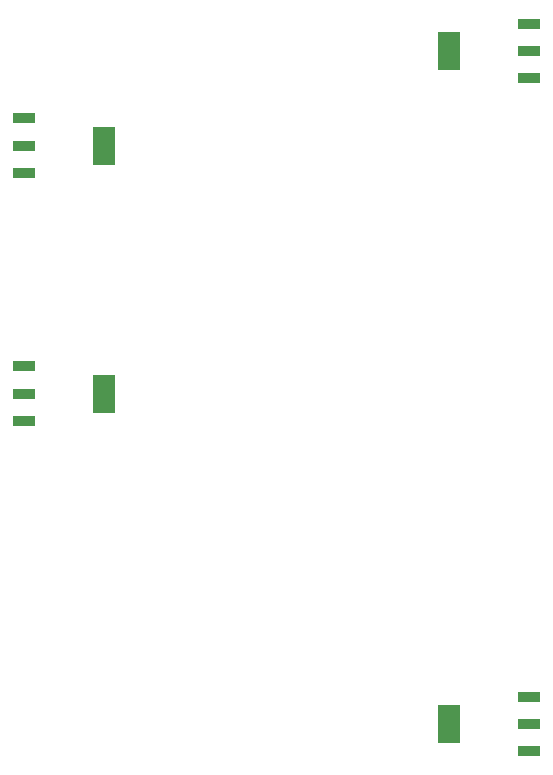
<source format=gtp>
%FSTAX23Y23*%
%MOIN*%
%SFA1B1*%

%IPPOS*%
%ADD18R,0.074800X0.125980*%
%ADD19R,0.074800X0.035430*%
%LNpcb1-1*%
%LPD*%
G54D18*
X00368Y01377D03*
Y02204D03*
X01521Y00275D03*
Y02519D03*
G54D19*
X00104Y01287D03*
Y01377D03*
Y01468D03*
Y02114D03*
Y02204D03*
Y02295D03*
X01785Y00185D03*
Y00275D03*
Y00366D03*
Y02429D03*
Y02519D03*
Y0261D03*
M02*
</source>
